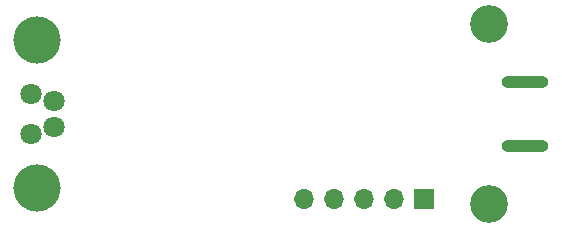
<source format=gbr>
%TF.GenerationSoftware,KiCad,Pcbnew,8.0.8*%
%TF.CreationDate,2025-02-03T14:21:18+01:00*%
%TF.ProjectId,TTS,5454532e-6b69-4636-9164-5f7063625858,rev?*%
%TF.SameCoordinates,PX2255100PY2ebae40*%
%TF.FileFunction,Soldermask,Bot*%
%TF.FilePolarity,Negative*%
%FSLAX46Y46*%
G04 Gerber Fmt 4.6, Leading zero omitted, Abs format (unit mm)*
G04 Created by KiCad (PCBNEW 8.0.8) date 2025-02-03 14:21:18*
%MOMM*%
%LPD*%
G01*
G04 APERTURE LIST*
%ADD10R,1.700000X1.700000*%
%ADD11O,1.700000X1.700000*%
%ADD12C,1.800000*%
%ADD13C,4.000000*%
%ADD14C,3.200000*%
%ADD15O,4.000000X1.000000*%
G04 APERTURE END LIST*
D10*
%TO.C,J2*%
X135440000Y810000D03*
D11*
X132900000Y810000D03*
X130360001Y810000D03*
X127820000Y810000D03*
X125280000Y810000D03*
%TD*%
D12*
%TO.C,J1*%
X102200000Y6300000D03*
X104150000Y6925000D03*
X102200000Y9700000D03*
X104150000Y9075000D03*
D13*
X102700000Y14250000D03*
X102700000Y1750000D03*
%TD*%
D14*
%TO.C,H1*%
X141000000Y15600000D03*
%TD*%
D15*
%TO.C,U2*%
X144000000Y5300000D03*
X144000000Y10700000D03*
%TD*%
D14*
%TO.C,H3*%
X141000000Y400000D03*
%TD*%
M02*

</source>
